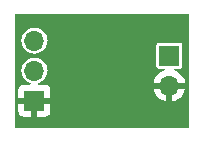
<source format=gbr>
%TF.GenerationSoftware,KiCad,Pcbnew,(6.0.1-0)*%
%TF.CreationDate,2022-02-21T21:03:00-07:00*%
%TF.ProjectId,LED,4c45442e-6b69-4636-9164-5f7063625858,rev?*%
%TF.SameCoordinates,Original*%
%TF.FileFunction,Copper,L2,Bot*%
%TF.FilePolarity,Positive*%
%FSLAX46Y46*%
G04 Gerber Fmt 4.6, Leading zero omitted, Abs format (unit mm)*
G04 Created by KiCad (PCBNEW (6.0.1-0)) date 2022-02-21 21:03:00*
%MOMM*%
%LPD*%
G01*
G04 APERTURE LIST*
%TA.AperFunction,ComponentPad*%
%ADD10R,1.700000X1.700000*%
%TD*%
%TA.AperFunction,ComponentPad*%
%ADD11O,1.700000X1.700000*%
%TD*%
G04 APERTURE END LIST*
D10*
%TO.P,JIN1,1*%
%TO.N,GND*%
X147320000Y-69850000D03*
D11*
%TO.P,JIN1,2*%
%TO.N,Net-(JIN1-Pad2)*%
X147320000Y-67310000D03*
%TO.P,JIN1,3*%
%TO.N,VCC*%
X147320000Y-64770000D03*
%TD*%
D10*
%TO.P,JOUT1,1*%
%TO.N,Net-(JOUT1-Pad1)*%
X158750000Y-66040000D03*
D11*
%TO.P,JOUT1,2*%
%TO.N,GND*%
X158750000Y-68580000D03*
%TD*%
%TA.AperFunction,Conductor*%
%TO.N,GND*%
G36*
X160378566Y-62497313D02*
G01*
X160403876Y-62541150D01*
X160405000Y-62554000D01*
X160405000Y-72066000D01*
X160387687Y-72113566D01*
X160343850Y-72138876D01*
X160331000Y-72140000D01*
X145739000Y-72140000D01*
X145691434Y-72122687D01*
X145666124Y-72078850D01*
X145665000Y-72066000D01*
X145665000Y-70746077D01*
X145962001Y-70746077D01*
X145962219Y-70750091D01*
X145968247Y-70805594D01*
X145970376Y-70814550D01*
X146017977Y-70941525D01*
X146022991Y-70950683D01*
X146103931Y-71058681D01*
X146111319Y-71066069D01*
X146219317Y-71147009D01*
X146228475Y-71152023D01*
X146355447Y-71199623D01*
X146364407Y-71201753D01*
X146419911Y-71207783D01*
X146423921Y-71208000D01*
X147052952Y-71208000D01*
X147062948Y-71204362D01*
X147066000Y-71199075D01*
X147066000Y-71194951D01*
X147574000Y-71194951D01*
X147577638Y-71204947D01*
X147582925Y-71207999D01*
X148216077Y-71207999D01*
X148220091Y-71207781D01*
X148275594Y-71201753D01*
X148284550Y-71199624D01*
X148411525Y-71152023D01*
X148420683Y-71147009D01*
X148528681Y-71066069D01*
X148536069Y-71058681D01*
X148617009Y-70950683D01*
X148622023Y-70941525D01*
X148669623Y-70814553D01*
X148671753Y-70805593D01*
X148677783Y-70750089D01*
X148678000Y-70746079D01*
X148678000Y-70117048D01*
X148674362Y-70107052D01*
X148669075Y-70104000D01*
X147587048Y-70104000D01*
X147577052Y-70107638D01*
X147574000Y-70112925D01*
X147574000Y-71194951D01*
X147066000Y-71194951D01*
X147066000Y-70117048D01*
X147062362Y-70107052D01*
X147057075Y-70104000D01*
X145975049Y-70104000D01*
X145965053Y-70107638D01*
X145962001Y-70112925D01*
X145962001Y-70746077D01*
X145665000Y-70746077D01*
X145665000Y-69582952D01*
X145962000Y-69582952D01*
X145965638Y-69592948D01*
X145970925Y-69596000D01*
X148664951Y-69596000D01*
X148674947Y-69592362D01*
X148677999Y-69587075D01*
X148677999Y-68953923D01*
X148677781Y-68949909D01*
X148671753Y-68894406D01*
X148669624Y-68885450D01*
X148652648Y-68840166D01*
X157416703Y-68840166D01*
X157416727Y-68841173D01*
X157449033Y-68984523D01*
X157450845Y-68990305D01*
X157532569Y-69191571D01*
X157535304Y-69196984D01*
X157648802Y-69382197D01*
X157652383Y-69387090D01*
X157794614Y-69551285D01*
X157798934Y-69555516D01*
X157966079Y-69694282D01*
X157971038Y-69697755D01*
X158158591Y-69807352D01*
X158164056Y-69809970D01*
X158366987Y-69887462D01*
X158372819Y-69889156D01*
X158483213Y-69911615D01*
X158493734Y-69910043D01*
X158495946Y-69907543D01*
X158496000Y-69907256D01*
X158496000Y-69903584D01*
X159004000Y-69903584D01*
X159007638Y-69913580D01*
X159011304Y-69915696D01*
X159030304Y-69913262D01*
X159036214Y-69912006D01*
X159244296Y-69849579D01*
X159249925Y-69847372D01*
X159445010Y-69751801D01*
X159450208Y-69748702D01*
X159627073Y-69622547D01*
X159631680Y-69618654D01*
X159785560Y-69465309D01*
X159789489Y-69460692D01*
X159916250Y-69284285D01*
X159919367Y-69279097D01*
X160015616Y-69084354D01*
X160017849Y-69078714D01*
X160080996Y-68870873D01*
X160082277Y-68864948D01*
X160084648Y-68846937D01*
X160082346Y-68836551D01*
X160079021Y-68834000D01*
X159017048Y-68834000D01*
X159007052Y-68837638D01*
X159004000Y-68842925D01*
X159004000Y-69903584D01*
X158496000Y-69903584D01*
X158496000Y-68847048D01*
X158492362Y-68837052D01*
X158487075Y-68834000D01*
X157428158Y-68834000D01*
X157418162Y-68837638D01*
X157416703Y-68840166D01*
X148652648Y-68840166D01*
X148622023Y-68758475D01*
X148617009Y-68749317D01*
X148536069Y-68641319D01*
X148528681Y-68633931D01*
X148420683Y-68552991D01*
X148411525Y-68547977D01*
X148284553Y-68500377D01*
X148275593Y-68498247D01*
X148220089Y-68492217D01*
X148216079Y-68492000D01*
X147710058Y-68492000D01*
X147662492Y-68474687D01*
X147637182Y-68430850D01*
X147645972Y-68381000D01*
X147686271Y-68347927D01*
X147766323Y-68320753D01*
X147769531Y-68319664D01*
X147772483Y-68318011D01*
X147772487Y-68318009D01*
X147774639Y-68316804D01*
X157413662Y-68316804D01*
X157415281Y-68323352D01*
X157418911Y-68326000D01*
X160073411Y-68326000D01*
X160083407Y-68322362D01*
X160084621Y-68320258D01*
X160084555Y-68318422D01*
X160040694Y-68143803D01*
X160038748Y-68138087D01*
X159952120Y-67938856D01*
X159949266Y-67933532D01*
X159831265Y-67751131D01*
X159827575Y-67746339D01*
X159681370Y-67585663D01*
X159676945Y-67581536D01*
X159506460Y-67446896D01*
X159501425Y-67443551D01*
X159311245Y-67338565D01*
X159305717Y-67336081D01*
X159159365Y-67284255D01*
X159120306Y-67252058D01*
X159111082Y-67202286D01*
X159136008Y-67158230D01*
X159184067Y-67140500D01*
X159624674Y-67140500D01*
X159628243Y-67139790D01*
X159628244Y-67139790D01*
X159690593Y-67127388D01*
X159690595Y-67127387D01*
X159697740Y-67125966D01*
X159703797Y-67121919D01*
X159703799Y-67121918D01*
X159774541Y-67074650D01*
X159780601Y-67070601D01*
X159835966Y-66987740D01*
X159850500Y-66914674D01*
X159850500Y-65165326D01*
X159845249Y-65138928D01*
X159837388Y-65099407D01*
X159837387Y-65099405D01*
X159835966Y-65092260D01*
X159780601Y-65009399D01*
X159761831Y-64996857D01*
X159703799Y-64958082D01*
X159703797Y-64958081D01*
X159697740Y-64954034D01*
X159690595Y-64952613D01*
X159690593Y-64952612D01*
X159628244Y-64940210D01*
X159628243Y-64940210D01*
X159624674Y-64939500D01*
X157875326Y-64939500D01*
X157871757Y-64940210D01*
X157871756Y-64940210D01*
X157809407Y-64952612D01*
X157809405Y-64952613D01*
X157802260Y-64954034D01*
X157796203Y-64958081D01*
X157796201Y-64958082D01*
X157738169Y-64996857D01*
X157719399Y-65009399D01*
X157664034Y-65092260D01*
X157662613Y-65099405D01*
X157662612Y-65099407D01*
X157654751Y-65138928D01*
X157649500Y-65165326D01*
X157649500Y-66914674D01*
X157664034Y-66987740D01*
X157719399Y-67070601D01*
X157725459Y-67074650D01*
X157796201Y-67121918D01*
X157796203Y-67121919D01*
X157802260Y-67125966D01*
X157809405Y-67127387D01*
X157809407Y-67127388D01*
X157871756Y-67139790D01*
X157871757Y-67139790D01*
X157875326Y-67140500D01*
X158318224Y-67140500D01*
X158365790Y-67157813D01*
X158391100Y-67201650D01*
X158382310Y-67251500D01*
X158341214Y-67284838D01*
X158224834Y-67322876D01*
X158219260Y-67325220D01*
X158026563Y-67425531D01*
X158021451Y-67428750D01*
X157847728Y-67559186D01*
X157843199Y-67563207D01*
X157693115Y-67720260D01*
X157689308Y-67724962D01*
X157566895Y-67904413D01*
X157563896Y-67909691D01*
X157472440Y-68106717D01*
X157470347Y-68112406D01*
X157413662Y-68316804D01*
X147774639Y-68316804D01*
X147943041Y-68222495D01*
X147943044Y-68222493D01*
X147946001Y-68220837D01*
X147948606Y-68218670D01*
X147948611Y-68218667D01*
X148098897Y-68093674D01*
X148101505Y-68091505D01*
X148228463Y-67938856D01*
X148228667Y-67938611D01*
X148228670Y-67938606D01*
X148230837Y-67936001D01*
X148232495Y-67933041D01*
X148328009Y-67762487D01*
X148328011Y-67762483D01*
X148329664Y-67759531D01*
X148394678Y-67568007D01*
X148423700Y-67367842D01*
X148425215Y-67310000D01*
X148406708Y-67108591D01*
X148405789Y-67105333D01*
X148405788Y-67105327D01*
X148352728Y-66917191D01*
X148352727Y-66917189D01*
X148351807Y-66913926D01*
X148262351Y-66732527D01*
X148244079Y-66708057D01*
X148143367Y-66573188D01*
X148143366Y-66573187D01*
X148141335Y-66570467D01*
X148138844Y-66568164D01*
X148138841Y-66568161D01*
X147995304Y-66435477D01*
X147995300Y-66435474D01*
X147992812Y-66433174D01*
X147821757Y-66325246D01*
X147818614Y-66323992D01*
X147818612Y-66323991D01*
X147637052Y-66251556D01*
X147637049Y-66251555D01*
X147633898Y-66250298D01*
X147630571Y-66249636D01*
X147630567Y-66249635D01*
X147438849Y-66211500D01*
X147435526Y-66210839D01*
X147348249Y-66209697D01*
X147236680Y-66208236D01*
X147236675Y-66208236D01*
X147233286Y-66208192D01*
X147229941Y-66208767D01*
X147229938Y-66208767D01*
X147133618Y-66225318D01*
X147033949Y-66242444D01*
X146844193Y-66312449D01*
X146670371Y-66415862D01*
X146667827Y-66418093D01*
X146667823Y-66418096D01*
X146652693Y-66431365D01*
X146518305Y-66549220D01*
X146393089Y-66708057D01*
X146298914Y-66887053D01*
X146238937Y-67080213D01*
X146215164Y-67281069D01*
X146228392Y-67482894D01*
X146278178Y-67678928D01*
X146362856Y-67862607D01*
X146364810Y-67865372D01*
X146364813Y-67865377D01*
X146416743Y-67938856D01*
X146479588Y-68027780D01*
X146624466Y-68168913D01*
X146627278Y-68170792D01*
X146627283Y-68170796D01*
X146778251Y-68271669D01*
X146792637Y-68281282D01*
X146795750Y-68282619D01*
X146795762Y-68282626D01*
X146952605Y-68350011D01*
X146989474Y-68384694D01*
X146995424Y-68434962D01*
X146967670Y-68477294D01*
X146923394Y-68492001D01*
X146423923Y-68492001D01*
X146419909Y-68492219D01*
X146364406Y-68498247D01*
X146355450Y-68500376D01*
X146228475Y-68547977D01*
X146219317Y-68552991D01*
X146111319Y-68633931D01*
X146103931Y-68641319D01*
X146022991Y-68749317D01*
X146017977Y-68758475D01*
X145970377Y-68885447D01*
X145968247Y-68894407D01*
X145962217Y-68949911D01*
X145962000Y-68953921D01*
X145962000Y-69582952D01*
X145665000Y-69582952D01*
X145665000Y-64741069D01*
X146215164Y-64741069D01*
X146228392Y-64942894D01*
X146278178Y-65138928D01*
X146362856Y-65322607D01*
X146364810Y-65325372D01*
X146364813Y-65325377D01*
X146477635Y-65485017D01*
X146479588Y-65487780D01*
X146624466Y-65628913D01*
X146627278Y-65630792D01*
X146627283Y-65630796D01*
X146778251Y-65731669D01*
X146792637Y-65741282D01*
X146795751Y-65742620D01*
X146795753Y-65742621D01*
X146884508Y-65780753D01*
X146978470Y-65821122D01*
X147077755Y-65843588D01*
X147172425Y-65865010D01*
X147172426Y-65865010D01*
X147175740Y-65865760D01*
X147271462Y-65869521D01*
X147374447Y-65873567D01*
X147374451Y-65873567D01*
X147377842Y-65873700D01*
X147511504Y-65854320D01*
X147574649Y-65845165D01*
X147574650Y-65845165D01*
X147578007Y-65844678D01*
X147769531Y-65779664D01*
X147772483Y-65778011D01*
X147772487Y-65778009D01*
X147943041Y-65682495D01*
X147943044Y-65682493D01*
X147946001Y-65680837D01*
X147948606Y-65678670D01*
X147948611Y-65678667D01*
X148098897Y-65553674D01*
X148101505Y-65551505D01*
X148156803Y-65485017D01*
X148228667Y-65398611D01*
X148228670Y-65398606D01*
X148230837Y-65396001D01*
X148270388Y-65325377D01*
X148328009Y-65222487D01*
X148328011Y-65222483D01*
X148329664Y-65219531D01*
X148394678Y-65028007D01*
X148397963Y-65005350D01*
X148423387Y-64830003D01*
X148423387Y-64829998D01*
X148423700Y-64827842D01*
X148425215Y-64770000D01*
X148406708Y-64568591D01*
X148405789Y-64565333D01*
X148405788Y-64565327D01*
X148352728Y-64377191D01*
X148352727Y-64377189D01*
X148351807Y-64373926D01*
X148262351Y-64192527D01*
X148244079Y-64168057D01*
X148143367Y-64033188D01*
X148143366Y-64033187D01*
X148141335Y-64030467D01*
X148138844Y-64028164D01*
X148138841Y-64028161D01*
X147995304Y-63895477D01*
X147995300Y-63895474D01*
X147992812Y-63893174D01*
X147821757Y-63785246D01*
X147818614Y-63783992D01*
X147818612Y-63783991D01*
X147637052Y-63711556D01*
X147637049Y-63711555D01*
X147633898Y-63710298D01*
X147630571Y-63709636D01*
X147630567Y-63709635D01*
X147438849Y-63671500D01*
X147435526Y-63670839D01*
X147348249Y-63669697D01*
X147236680Y-63668236D01*
X147236675Y-63668236D01*
X147233286Y-63668192D01*
X147229941Y-63668767D01*
X147229938Y-63668767D01*
X147133618Y-63685318D01*
X147033949Y-63702444D01*
X146844193Y-63772449D01*
X146670371Y-63875862D01*
X146667827Y-63878093D01*
X146667823Y-63878096D01*
X146652693Y-63891365D01*
X146518305Y-64009220D01*
X146393089Y-64168057D01*
X146298914Y-64347053D01*
X146238937Y-64540213D01*
X146215164Y-64741069D01*
X145665000Y-64741069D01*
X145665000Y-62554000D01*
X145682313Y-62506434D01*
X145726150Y-62481124D01*
X145739000Y-62480000D01*
X160331000Y-62480000D01*
X160378566Y-62497313D01*
G37*
%TD.AperFunction*%
%TD*%
M02*

</source>
